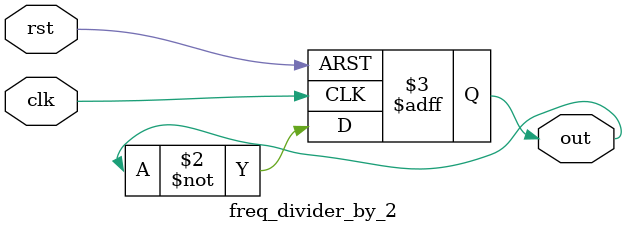
<source format=v>
module freq_divider_by_2(out,clk,rst);
output reg out;
input clk,rst;

always@(posedge clk or posedge rst)
begin
        if (rst) begin
                out <= 0;
        end
        else begin
                out <= ~out; //Toggle output on each clock edge
        end
end
endmodule

</source>
